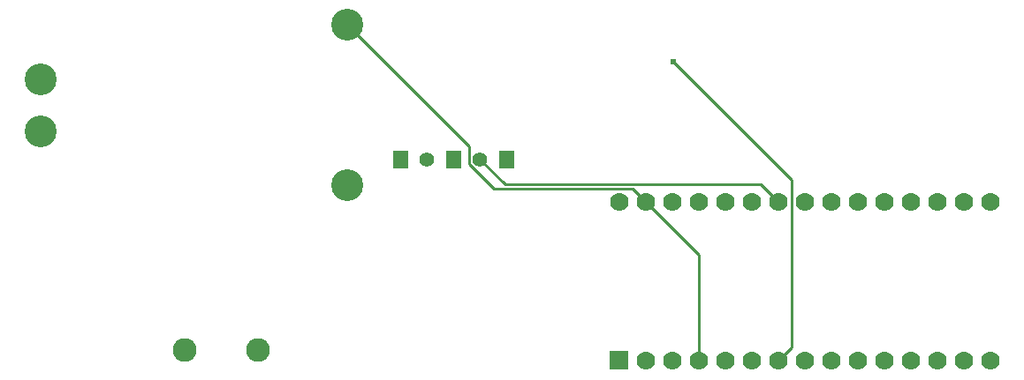
<source format=gbl>
G04 Layer: BottomLayer*
G04 EasyEDA v6.4.12, 2021-01-01T09:56:31+01:00*
G04 894a5beaafa14ce6bfb9057d1c18a6f7,8f8135e26d124d33b536985ae94b05e9,10*
G04 Gerber Generator version 0.2*
G04 Scale: 100 percent, Rotated: No, Reflected: No *
G04 Dimensions in millimeters *
G04 leading zeros omitted , absolute positions ,4 integer and 5 decimal *
%FSLAX45Y45*%
%MOMM*%

%ADD11C,0.2600*%
%ADD13C,0.6100*%
%ADD16C,1.7780*%
%ADD17C,3.0480*%
%ADD18C,3.0500*%
%ADD19C,2.2860*%
%ADD21C,1.4148*%

%LPD*%
D11*
X4572000Y2919984D02*
G01*
X4814061Y2677921D01*
X7265161Y2677921D01*
X7429500Y2513584D01*
X7429500Y989584D02*
G01*
X7556500Y1116584D01*
X7556500Y2723642D01*
X6422897Y3857244D01*
X3298952Y4210557D02*
G01*
X4468113Y3041396D01*
X4468113Y2876296D01*
X4708906Y2635504D01*
X6037579Y2635504D01*
X6159500Y2513584D01*
X6159500Y2513584D02*
G01*
X6667500Y2005584D01*
X6667500Y989584D01*
G36*
X5816600Y1078484D02*
G01*
X5994400Y1078484D01*
X5994400Y900684D01*
X5816600Y900684D01*
G37*
D16*
G01*
X6159500Y989584D03*
G01*
X6413500Y989584D03*
G01*
X6667500Y989584D03*
G01*
X6921500Y989584D03*
G01*
X7175500Y989584D03*
G01*
X7429500Y989584D03*
G01*
X7683500Y989584D03*
G01*
X7937500Y989584D03*
G01*
X8191500Y989584D03*
G01*
X8445500Y989584D03*
G01*
X8699500Y989584D03*
G01*
X8953500Y989584D03*
G01*
X9207500Y989584D03*
G01*
X9461500Y989584D03*
G01*
X5905500Y2513584D03*
G01*
X6159500Y2513584D03*
G01*
X6413500Y2513584D03*
G01*
X6667500Y2513584D03*
G01*
X6921500Y2513584D03*
G01*
X7175500Y2513584D03*
G01*
X7429500Y2513584D03*
G01*
X7683500Y2513584D03*
G01*
X7937500Y2513584D03*
G01*
X8191500Y2513584D03*
G01*
X8445500Y2513584D03*
G01*
X8699500Y2513584D03*
G01*
X8953500Y2513584D03*
G01*
X9207500Y2513584D03*
G01*
X9461500Y2513584D03*
D17*
G01*
X3298825Y4210685D03*
G01*
X3298825Y2670682D03*
G01*
X358775Y3690493D03*
D18*
G01*
X358775Y3190621D03*
D19*
G01*
X1744979Y1091184D03*
G01*
X2446020Y1091184D03*
G36*
X4896662Y2835097D02*
G01*
X4896662Y3004896D01*
X4755311Y3004896D01*
X4755311Y2835097D01*
G37*
D21*
G01*
X4571974Y2919984D03*
G36*
X4388662Y2835097D02*
G01*
X4388662Y3004896D01*
X4247311Y3004896D01*
X4247311Y2835097D01*
G37*
G01*
X4063974Y2919984D03*
G36*
X3880662Y2835097D02*
G01*
X3880662Y3004896D01*
X3739311Y3004896D01*
X3739311Y2835097D01*
G37*
D13*
G01*
X6422897Y3857244D03*
M02*

</source>
